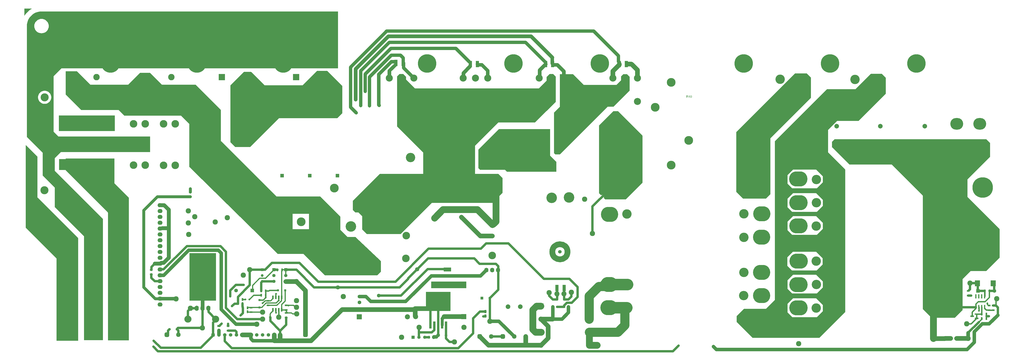
<source format=gbr>
%TF.GenerationSoftware,Altium Limited,Altium Designer,21.6.4 (81)*%
G04 Layer_Physical_Order=2*
G04 Layer_Color=16711680*
%FSLAX43Y43*%
%MOMM*%
%TF.SameCoordinates,D4C572C6-D0EE-4933-9396-1D80D03FA8BE*%
%TF.FilePolarity,Positive*%
%TF.FileFunction,Copper,L2,Bot,Signal*%
%TF.Part,Single*%
G01*
G75*
%TA.AperFunction,NonConductor*%
%ADD10C,2.540*%
%TA.AperFunction,Conductor*%
%ADD14C,0.600*%
%ADD15C,1.000*%
%ADD16C,0.500*%
%ADD18C,0.800*%
%ADD19C,5.000*%
%ADD20C,3.000*%
%ADD21C,2.000*%
%ADD22C,1.300*%
%ADD23C,1.500*%
%ADD24C,1.600*%
%ADD25C,1.400*%
%ADD27C,1.700*%
%TA.AperFunction,ComponentPad*%
%ADD30C,1.524*%
%ADD31C,2.200*%
%ADD32C,4.572*%
%ADD33C,8.000*%
%ADD34C,1.250*%
%ADD35R,1.250X1.250*%
%ADD36R,1.550X1.550*%
%ADD37C,1.550*%
%ADD38C,3.302*%
%ADD39O,1.778X2.032*%
%ADD40O,6.858X4.826*%
%ADD41R,6.858X4.826*%
%ADD42C,3.500*%
%ADD43R,2.200X2.200*%
%ADD44O,1.778X2.286*%
%ADD45O,3.100X3.000*%
%ADD46C,3.810*%
%ADD47C,2.286*%
%ADD48C,1.950*%
G04:AMPARAMS|DCode=49|XSize=1.95mm|YSize=1.95mm|CornerRadius=0.488mm|HoleSize=0mm|Usage=FLASHONLY|Rotation=0.000|XOffset=0mm|YOffset=0mm|HoleType=Round|Shape=RoundedRectangle|*
%AMROUNDEDRECTD49*
21,1,1.950,0.975,0,0,0.0*
21,1,0.975,1.950,0,0,0.0*
1,1,0.975,0.488,-0.488*
1,1,0.975,-0.488,-0.488*
1,1,0.975,-0.488,0.488*
1,1,0.975,0.488,0.488*
%
%ADD49ROUNDEDRECTD49*%
%ADD50R,1.600X1.600*%
%ADD51C,1.600*%
%ADD52R,1.400X1.400*%
%ADD53C,1.400*%
%ADD54C,2.032*%
%ADD55C,2.000*%
%ADD56C,3.048*%
%ADD57R,1.200X1.200*%
%ADD58C,1.200*%
%ADD59R,1.400X1.400*%
%ADD60O,7.500X6.500*%
%ADD61C,4.064*%
%ADD62O,8.000X6.500*%
%ADD63O,5.588X5.080*%
%ADD64O,6.000X6.600*%
%ADD65C,8.890*%
%ADD66O,2.159X1.778*%
%ADD67C,1.500*%
G04:AMPARAMS|DCode=68|XSize=1.5mm|YSize=1.5mm|CornerRadius=0.375mm|HoleSize=0mm|Usage=FLASHONLY|Rotation=180.000|XOffset=0mm|YOffset=0mm|HoleType=Round|Shape=RoundedRectangle|*
%AMROUNDEDRECTD68*
21,1,1.500,0.750,0,0,180.0*
21,1,0.750,1.500,0,0,180.0*
1,1,0.750,-0.375,0.375*
1,1,0.750,0.375,0.375*
1,1,0.750,0.375,-0.375*
1,1,0.750,-0.375,-0.375*
%
%ADD68ROUNDEDRECTD68*%
%ADD69C,2.800*%
%ADD70R,2.800X2.800*%
%ADD71R,1.300X1.300*%
%ADD72C,1.300*%
%TA.AperFunction,ViaPad*%
%ADD73C,0.800*%
%ADD74C,1.200*%
%ADD75C,1.800*%
%ADD76C,1.000*%
%TA.AperFunction,SMDPad,CuDef*%
%ADD77R,3.200X1.720*%
%ADD78R,1.659X0.627*%
G04:AMPARAMS|DCode=79|XSize=1.659mm|YSize=0.627mm|CornerRadius=0.313mm|HoleSize=0mm|Usage=FLASHONLY|Rotation=180.000|XOffset=0mm|YOffset=0mm|HoleType=Round|Shape=RoundedRectangle|*
%AMROUNDEDRECTD79*
21,1,1.659,0.000,0,0,180.0*
21,1,1.032,0.627,0,0,180.0*
1,1,0.627,-0.516,0.000*
1,1,0.627,0.516,0.000*
1,1,0.627,0.516,0.000*
1,1,0.627,-0.516,0.000*
%
%ADD79ROUNDEDRECTD79*%
%ADD80R,0.800X1.250*%
G04:AMPARAMS|DCode=81|XSize=1.55mm|YSize=0.6mm|CornerRadius=0.051mm|HoleSize=0mm|Usage=FLASHONLY|Rotation=90.000|XOffset=0mm|YOffset=0mm|HoleType=Round|Shape=RoundedRectangle|*
%AMROUNDEDRECTD81*
21,1,1.550,0.498,0,0,90.0*
21,1,1.448,0.600,0,0,90.0*
1,1,0.102,0.249,0.724*
1,1,0.102,0.249,-0.724*
1,1,0.102,-0.249,-0.724*
1,1,0.102,-0.249,0.724*
%
%ADD81ROUNDEDRECTD81*%
%ADD82R,0.543X1.874*%
G04:AMPARAMS|DCode=83|XSize=1.874mm|YSize=0.543mm|CornerRadius=0.272mm|HoleSize=0mm|Usage=FLASHONLY|Rotation=90.000|XOffset=0mm|YOffset=0mm|HoleType=Round|Shape=RoundedRectangle|*
%AMROUNDEDRECTD83*
21,1,1.874,0.000,0,0,90.0*
21,1,1.331,0.543,0,0,90.0*
1,1,0.543,0.000,0.665*
1,1,0.543,0.000,-0.665*
1,1,0.543,0.000,-0.665*
1,1,0.543,0.000,0.665*
%
%ADD83ROUNDEDRECTD83*%
%ADD84R,2.200X2.500*%
%ADD85R,1.250X0.800*%
%ADD86R,0.950X1.450*%
%ADD87R,1.016X3.050*%
%ADD88R,10.660X8.380*%
%ADD89R,1.405X2.806*%
%ADD90R,0.950X0.900*%
%ADD91R,0.900X0.950*%
%ADD92R,1.450X0.950*%
%TA.AperFunction,Conductor*%
%ADD93C,4.000*%
%ADD94R,11.557X20.701*%
%ADD95R,15.225X2.850*%
G36*
X3195Y149978D02*
X2701Y149682D01*
X2020Y149177D01*
X1392Y148608D01*
X823Y147980D01*
X318Y147299D01*
X172Y147055D01*
X50Y147089D01*
Y150100D01*
X3161D01*
X3195Y149978D01*
D02*
G37*
G36*
X262975Y120475D02*
Y114500D01*
X255950Y107475D01*
X253375D01*
X232600Y86700D01*
X230686D01*
X230100Y87286D01*
Y104925D01*
X232650Y107475D01*
Y121600D01*
X238375D01*
X243025Y116950D01*
X257200Y116950D01*
X259200Y118950D01*
X259200Y120625D01*
X260175Y121600D01*
X261850D01*
X262975Y120475D01*
D02*
G37*
G36*
X138150Y116475D02*
Y104675D01*
X135900Y102425D01*
X110625Y102425D01*
X98100Y89900D01*
X91650Y89900D01*
X89525Y92025D01*
Y116725D01*
X95425Y122625D01*
X98500Y122625D01*
X104400Y116725D01*
X120825D01*
X127150Y123050D01*
X131575D01*
X138150Y116475D01*
D02*
G37*
G36*
X230825Y120600D02*
X230825Y109550D01*
X226825Y105550D01*
X221825Y100550D01*
X205875Y100550D01*
X195800Y90475D01*
Y78200D01*
X205950D01*
X207700Y76450D01*
Y69950D01*
X203350Y65600D01*
X177000D01*
X163425Y52025D01*
X148830D01*
X146730Y54125D01*
Y59845D01*
X145075Y61500D01*
X143750Y61500D01*
X142675Y62575D01*
X142675Y66475D01*
X154400Y78200D01*
X173275D01*
Y87500D01*
X161925Y98850D01*
Y120675D01*
X162925Y121675D01*
X164625D01*
X165800Y120500D01*
X165800Y119250D01*
X169650Y115400D01*
X223475D01*
X226825Y118750D01*
Y120400D01*
X228100Y121675D01*
X229750D01*
X230825Y120600D01*
D02*
G37*
G36*
X39318Y96836D02*
X15050D01*
Y103586D01*
X39318D01*
Y96836D01*
D02*
G37*
G36*
X228398Y86202D02*
X231118Y83482D01*
X231099Y79175D01*
X209650D01*
X208798Y80027D01*
X197998D01*
X197236Y80789D01*
Y88757D01*
X206152Y97673D01*
X228398D01*
X228398Y86202D01*
D02*
G37*
G36*
X268550Y94850D02*
Y74425D01*
X261250Y67125D01*
X252350D01*
X251651Y67824D01*
X252626Y68799D01*
X252724Y68746D01*
X253149Y68618D01*
X253591Y68574D01*
X254091D01*
X254533Y68618D01*
X254958Y68746D01*
X255349Y68956D01*
X255693Y69237D01*
X255974Y69581D01*
X256184Y69972D01*
X256312Y70397D01*
X256356Y70839D01*
X256312Y71281D01*
X256184Y71706D01*
X255974Y72097D01*
X255693Y72441D01*
X255349Y72722D01*
X254958Y72932D01*
X254533Y73060D01*
X254091Y73104D01*
X253591D01*
X253149Y73060D01*
X252724Y72932D01*
X252333Y72722D01*
X251989Y72441D01*
X251708Y72097D01*
X251499Y71706D01*
X251370Y71281D01*
X251326Y70839D01*
X251370Y70397D01*
X251499Y69972D01*
X251551Y69874D01*
X250576Y68899D01*
X249650Y69825D01*
Y99325D01*
X255800Y105475D01*
X257925D01*
X268550Y94850D01*
D02*
G37*
G36*
X341675Y120150D02*
Y111275D01*
X324100Y93700D01*
Y69450D01*
X322125Y67475D01*
X312225D01*
X309225Y70475D01*
Y84150D01*
X309225Y96375D01*
X334750Y121900D01*
X339925D01*
X341675Y120150D01*
D02*
G37*
G36*
X28725Y117025D02*
X45125Y117025D01*
X50300Y122200D01*
X54543D01*
X59841Y117025D01*
X74425Y117025D01*
X85425Y106025D01*
X85425Y101475D01*
X85425D01*
Y92550D01*
X109600Y68375D01*
X128525D01*
X137300Y59600D01*
X137300Y53950D01*
X140425Y50825D01*
X143809D01*
X154894Y40263D01*
Y35694D01*
X153300Y34100D01*
X130625D01*
X121300Y43425D01*
X110071Y43425D01*
X71650Y81314D01*
Y100000D01*
X68075Y103575D01*
X43450D01*
X41025Y106000D01*
X24775Y106000D01*
X17999Y112776D01*
Y122824D01*
X22926D01*
X28725Y117025D01*
D02*
G37*
G36*
X419450Y91650D02*
Y85650D01*
X409650Y75850D01*
Y68200D01*
X423650Y54200D01*
Y41775D01*
X417825Y35950D01*
X411025D01*
X407575Y32500D01*
Y25700D01*
Y19075D01*
X404175Y15675D01*
X394050D01*
X390300Y19425D01*
Y68750D01*
X376800Y82250D01*
X358425D01*
X350825Y89850D01*
X350825Y92175D01*
X351975Y93325D01*
X417775Y93325D01*
X419450Y91650D01*
D02*
G37*
G36*
X372527Y121750D02*
X374225Y120052D01*
Y113150D01*
X362350Y101275D01*
X353050Y101275D01*
X349100Y97325D01*
X349100Y87600D01*
X356575Y80125D01*
X356575Y18150D01*
X345325Y6900D01*
X316375D01*
X309400Y13875D01*
Y16425D01*
X312550Y19575D01*
X322100Y19575D01*
X325975Y23450D01*
Y92425D01*
X348600Y115050D01*
X360975D01*
X367675Y121750D01*
X372527Y121750D01*
D02*
G37*
G36*
X7500Y148863D02*
X136250Y148863D01*
Y124125D01*
X16200D01*
X12775Y120700D01*
Y96525D01*
X14837Y94463D01*
X14850Y94475D01*
X54641D01*
Y87746D01*
X15971D01*
X13275Y85050D01*
X13275Y79575D01*
X34175Y58675D01*
Y5900D01*
X25975D01*
Y51100D01*
X13275Y63800D01*
Y72250D01*
X8000Y77525D01*
Y87450D01*
X1137Y94313D01*
X1137Y142500D01*
X1137Y142500D01*
X1137D01*
X1137Y142627D01*
X1170Y143213D01*
X1289Y143918D01*
X1487Y144604D01*
X1761Y145264D01*
X2106Y145889D01*
X2519Y146472D01*
X2996Y147005D01*
X3528Y147481D01*
X4111Y147894D01*
X4736Y148239D01*
X5396Y148513D01*
X6082Y148711D01*
X6787Y148830D01*
X7462Y148868D01*
X7500Y148863D01*
D02*
G37*
G36*
X39125Y74175D02*
X45400Y67900D01*
Y5924D01*
X45310Y5834D01*
X36400Y5863D01*
Y61375D01*
X17950Y79825D01*
Y84875D01*
X39125D01*
Y74175D01*
D02*
G37*
G36*
X5750Y85752D02*
Y68000D01*
X14438Y59312D01*
X23425Y50325D01*
X23425Y5650D01*
X14000D01*
Y41500D01*
X625Y54875D01*
Y68000D01*
Y90711D01*
X742Y90759D01*
X5750Y85752D01*
D02*
G37*
G36*
X289036Y111694D02*
X289169D01*
Y111584D01*
X289036D01*
Y111350D01*
X288917D01*
Y111584D01*
X288492D01*
Y111694D01*
X288939Y112326D01*
X289036D01*
Y111694D01*
D02*
G37*
G36*
X288064Y112325D02*
X288076D01*
X288106Y112323D01*
X288137Y112319D01*
X288171Y112315D01*
X288202Y112308D01*
X288217Y112303D01*
X288230Y112299D01*
X288232D01*
X288233Y112298D01*
X288241Y112294D01*
X288254Y112288D01*
X288270Y112278D01*
X288287Y112265D01*
X288305Y112248D01*
X288322Y112229D01*
X288339Y112206D01*
Y112205D01*
X288340Y112203D01*
X288346Y112195D01*
X288351Y112181D01*
X288360Y112162D01*
X288367Y112141D01*
X288374Y112116D01*
X288378Y112089D01*
X288380Y112059D01*
Y112058D01*
Y112055D01*
Y112050D01*
X288378Y112043D01*
Y112033D01*
X288377Y112023D01*
X288371Y111999D01*
X288363Y111971D01*
X288351Y111941D01*
X288334Y111911D01*
X288323Y111897D01*
X288312Y111883D01*
X288310Y111882D01*
X288309Y111880D01*
X288305Y111876D01*
X288299Y111872D01*
X288292Y111866D01*
X288284Y111861D01*
X288272Y111854D01*
X288261Y111845D01*
X288247Y111838D01*
X288232Y111831D01*
X288215Y111823D01*
X288196Y111816D01*
X288175Y111810D01*
X288154Y111803D01*
X288130Y111799D01*
X288105Y111794D01*
X288107Y111793D01*
X288113Y111790D01*
X288122Y111785D01*
X288133Y111779D01*
X288158Y111763D01*
X288171Y111754D01*
X288182Y111745D01*
X288185Y111742D01*
X288192Y111735D01*
X288203Y111724D01*
X288217Y111710D01*
X288233Y111690D01*
X288251Y111669D01*
X288270Y111644D01*
X288289Y111615D01*
X288457Y111350D01*
X288296D01*
X288168Y111553D01*
Y111555D01*
X288165Y111558D01*
X288162Y111562D01*
X288158Y111567D01*
X288148Y111583D01*
X288136Y111603D01*
X288120Y111624D01*
X288105Y111646D01*
X288089Y111668D01*
X288075Y111687D01*
X288074Y111689D01*
X288069Y111694D01*
X288062Y111703D01*
X288053Y111713D01*
X288031Y111734D01*
X288020Y111744D01*
X288009Y111752D01*
X288007Y111754D01*
X288005Y111755D01*
X287999Y111758D01*
X287990Y111762D01*
X287982Y111766D01*
X287972Y111771D01*
X287950Y111778D01*
X287948D01*
X287945Y111779D01*
X287940D01*
X287933Y111780D01*
X287923Y111782D01*
X287912D01*
X287896Y111783D01*
X287730D01*
Y111350D01*
X287600D01*
Y112326D01*
X288053D01*
X288064Y112325D01*
D02*
G37*
G36*
X289638Y112329D02*
X289657Y112326D01*
X289678Y112322D01*
X289700Y112316D01*
X289724Y112309D01*
X289747Y112298D01*
X289748D01*
X289750Y112296D01*
X289757Y112292D01*
X289768Y112285D01*
X289782Y112275D01*
X289798Y112261D01*
X289815Y112246D01*
X289830Y112227D01*
X289846Y112206D01*
X289847Y112203D01*
X289853Y112196D01*
X289858Y112184D01*
X289868Y112165D01*
X289877Y112144D01*
X289888Y112120D01*
X289898Y112092D01*
X289906Y112061D01*
Y112059D01*
X289908Y112057D01*
X289909Y112052D01*
X289910Y112045D01*
X289912Y112037D01*
X289913Y112027D01*
X289916Y112014D01*
X289918Y112000D01*
X289920Y111985D01*
X289922Y111968D01*
X289923Y111948D01*
X289926Y111928D01*
X289927Y111906D01*
Y111883D01*
X289929Y111858D01*
Y111831D01*
Y111830D01*
Y111824D01*
Y111814D01*
Y111803D01*
X289927Y111787D01*
Y111771D01*
X289926Y111752D01*
X289925Y111732D01*
X289920Y111687D01*
X289913Y111641D01*
X289905Y111596D01*
X289899Y111575D01*
X289892Y111553D01*
Y111552D01*
X289891Y111549D01*
X289888Y111544D01*
X289885Y111536D01*
X289882Y111527D01*
X289877Y111517D01*
X289865Y111493D01*
X289851Y111467D01*
X289833Y111439D01*
X289812Y111414D01*
X289786Y111390D01*
X289785D01*
X289784Y111387D01*
X289779Y111384D01*
X289774Y111381D01*
X289767Y111377D01*
X289760Y111372D01*
X289738Y111362D01*
X289713Y111352D01*
X289684Y111342D01*
X289648Y111336D01*
X289610Y111333D01*
X289596D01*
X289586Y111335D01*
X289575Y111336D01*
X289561Y111339D01*
X289545Y111342D01*
X289528Y111346D01*
X289512Y111352D01*
X289493Y111357D01*
X289475Y111366D01*
X289457Y111376D01*
X289438Y111387D01*
X289420Y111401D01*
X289403Y111417D01*
X289388Y111434D01*
X289386Y111435D01*
X289383Y111439D01*
X289379Y111446D01*
X289372Y111458D01*
X289365Y111470D01*
X289358Y111487D01*
X289348Y111507D01*
X289340Y111529D01*
X289331Y111555D01*
X289323Y111584D01*
X289314Y111617D01*
X289307Y111653D01*
X289300Y111693D01*
X289296Y111735D01*
X289293Y111782D01*
X289292Y111831D01*
Y111833D01*
Y111838D01*
Y111848D01*
Y111859D01*
X289293Y111875D01*
Y111892D01*
X289294Y111910D01*
X289296Y111931D01*
X289300Y111975D01*
X289307Y112021D01*
X289316Y112068D01*
X289321Y112089D01*
X289327Y112110D01*
Y112112D01*
X289328Y112114D01*
X289331Y112120D01*
X289334Y112127D01*
X289337Y112137D01*
X289342Y112147D01*
X289354Y112171D01*
X289368Y112196D01*
X289386Y112223D01*
X289407Y112250D01*
X289433Y112272D01*
X289434D01*
X289435Y112275D01*
X289440Y112278D01*
X289445Y112281D01*
X289452Y112286D01*
X289461Y112291D01*
X289482Y112302D01*
X289507Y112312D01*
X289537Y112322D01*
X289572Y112327D01*
X289610Y112330D01*
X289623D01*
X289638Y112329D01*
D02*
G37*
%LPC*%
G36*
X123625Y60906D02*
X116575D01*
Y54194D01*
X123625D01*
Y60906D01*
D02*
G37*
G36*
X333850Y80100D02*
X331500Y77750D01*
Y74000D01*
X333550Y71950D01*
X344200D01*
X346825Y74575D01*
Y77250D01*
X343975Y80100D01*
X333850Y80100D01*
D02*
G37*
G36*
Y69850D02*
X331500Y67500D01*
Y63750D01*
X333550Y61700D01*
X344200D01*
X346825Y64325D01*
Y67000D01*
X343975Y69850D01*
X333850Y69850D01*
D02*
G37*
G36*
X333854Y59844D02*
X331504Y57494D01*
Y53744D01*
X333554Y51694D01*
X344204D01*
X346829Y54319D01*
Y56994D01*
X343979Y59844D01*
X333854Y59844D01*
D02*
G37*
G36*
X333799Y44343D02*
X331449Y41993D01*
Y38243D01*
X333499Y36193D01*
X344149D01*
X346774Y38818D01*
Y41493D01*
X343924Y44343D01*
X333799Y44343D01*
D02*
G37*
G36*
X333850Y34350D02*
X331500Y32000D01*
Y28250D01*
X333550Y26200D01*
X344200D01*
X346825Y28825D01*
Y31500D01*
X343975Y34350D01*
X333850Y34350D01*
D02*
G37*
G36*
Y24100D02*
X331500Y21750D01*
Y18000D01*
X333550Y15950D01*
X344200D01*
X346825Y18575D01*
Y21250D01*
X343975Y24100D01*
X333850Y24100D01*
D02*
G37*
G36*
X7500Y145637D02*
X7009Y145598D01*
X6531Y145483D01*
X6076Y145295D01*
X5656Y145038D01*
X5282Y144718D01*
X4962Y144344D01*
X4705Y143924D01*
X4517Y143469D01*
X4402Y142991D01*
X4363Y142500D01*
X4402Y142009D01*
X4517Y141531D01*
X4705Y141076D01*
X4962Y140656D01*
X5282Y140282D01*
X5656Y139962D01*
X6076Y139705D01*
X6531Y139517D01*
X7009Y139402D01*
X7500Y139363D01*
X7991Y139402D01*
X8469Y139517D01*
X8924Y139705D01*
X9344Y139962D01*
X9718Y140282D01*
X10038Y140656D01*
X10295Y141076D01*
X10483Y141531D01*
X10598Y142009D01*
X10637Y142500D01*
X10598Y142991D01*
X10483Y143469D01*
X10295Y143924D01*
X10038Y144344D01*
X9718Y144718D01*
X9344Y145038D01*
X8924Y145295D01*
X8469Y145483D01*
X7991Y145598D01*
X7500Y145637D01*
D02*
G37*
G36*
X9074Y114362D02*
X8626D01*
X8185Y114292D01*
X7759Y114153D01*
X7361Y113950D01*
X6999Y113687D01*
X6683Y113371D01*
X6420Y113009D01*
X6217Y112611D01*
X6078Y112185D01*
X6009Y111744D01*
Y111296D01*
X6078Y110855D01*
X6217Y110429D01*
X6420Y110031D01*
X6683Y109669D01*
X6999Y109353D01*
X7361Y109090D01*
X7759Y108887D01*
X8185Y108748D01*
X8626Y108678D01*
X9074D01*
X9515Y108748D01*
X9941Y108887D01*
X10339Y109090D01*
X10701Y109353D01*
X11017Y109669D01*
X11280Y110031D01*
X11483Y110429D01*
X11622Y110855D01*
X11691Y111296D01*
Y111744D01*
X11622Y112185D01*
X11483Y112611D01*
X11280Y113009D01*
X11017Y113371D01*
X10701Y113687D01*
X10339Y113950D01*
X9941Y114153D01*
X9515Y114292D01*
X9074Y114362D01*
D02*
G37*
G36*
X288917Y112131D02*
X288609Y111694D01*
X288917D01*
Y112131D01*
D02*
G37*
G36*
X288037Y112217D02*
X287730D01*
Y111895D01*
X288020D01*
X288037Y111896D01*
X288057Y111897D01*
X288079Y111899D01*
X288102Y111902D01*
X288124Y111906D01*
X288144Y111911D01*
X288147Y111913D01*
X288153Y111916D01*
X288161Y111920D01*
X288172Y111926D01*
X288185Y111934D01*
X288198Y111944D01*
X288210Y111957D01*
X288220Y111971D01*
X288222Y111972D01*
X288224Y111978D01*
X288229Y111986D01*
X288234Y111997D01*
X288239Y112010D01*
X288243Y112024D01*
X288246Y112041D01*
X288247Y112058D01*
Y112059D01*
Y112061D01*
X288246Y112069D01*
X288244Y112082D01*
X288241Y112099D01*
X288234Y112116D01*
X288226Y112136D01*
X288213Y112154D01*
X288196Y112172D01*
X288193Y112174D01*
X288186Y112179D01*
X288175Y112186D01*
X288157Y112195D01*
X288136Y112203D01*
X288107Y112210D01*
X288075Y112216D01*
X288037Y112217D01*
D02*
G37*
G36*
X289609Y112231D02*
X289600D01*
X289595Y112230D01*
X289579Y112227D01*
X289561Y112223D01*
X289540Y112215D01*
X289517Y112202D01*
X289506Y112193D01*
X289495Y112185D01*
X289485Y112174D01*
X289475Y112161D01*
Y112160D01*
X289472Y112157D01*
X289469Y112151D01*
X289465Y112144D01*
X289461Y112133D01*
X289455Y112120D01*
X289451Y112105D01*
X289445Y112086D01*
X289440Y112065D01*
X289434Y112041D01*
X289428Y112014D01*
X289424Y111985D01*
X289420Y111951D01*
X289417Y111914D01*
X289416Y111875D01*
X289414Y111831D01*
Y111828D01*
Y111821D01*
Y111809D01*
X289416Y111792D01*
Y111773D01*
X289417Y111751D01*
X289419Y111727D01*
X289421Y111701D01*
X289428Y111646D01*
X289433Y111620D01*
X289438Y111594D01*
X289444Y111570D01*
X289452Y111548D01*
X289461Y111528D01*
X289471Y111511D01*
Y111510D01*
X289473Y111508D01*
X289481Y111498D01*
X289493Y111486D01*
X289509Y111472D01*
X289530Y111458D01*
X289554Y111445D01*
X289581Y111435D01*
X289595Y111434D01*
X289610Y111432D01*
X289619D01*
X289624Y111434D01*
X289638Y111436D01*
X289658Y111442D01*
X289679Y111452D01*
X289703Y111466D01*
X289715Y111474D01*
X289726Y111486D01*
X289737Y111497D01*
X289748Y111511D01*
Y111513D01*
X289751Y111515D01*
X289754Y111520D01*
X289757Y111527D01*
X289762Y111536D01*
X289767Y111549D01*
X289772Y111563D01*
X289778Y111580D01*
X289782Y111601D01*
X289788Y111624D01*
X289793Y111651D01*
X289798Y111679D01*
X289801Y111713D01*
X289803Y111748D01*
X289806Y111787D01*
Y111831D01*
Y111833D01*
Y111834D01*
Y111841D01*
Y111854D01*
X289805Y111871D01*
Y111889D01*
X289803Y111911D01*
X289802Y111935D01*
X289799Y111962D01*
X289792Y112016D01*
X289788Y112043D01*
X289782Y112068D01*
X289777Y112092D01*
X289768Y112114D01*
X289760Y112134D01*
X289750Y112151D01*
Y112153D01*
X289747Y112154D01*
X289744Y112158D01*
X289740Y112164D01*
X289727Y112176D01*
X289712Y112192D01*
X289691Y112206D01*
X289667Y112219D01*
X289654Y112224D01*
X289640Y112229D01*
X289624Y112230D01*
X289609Y112231D01*
D02*
G37*
%LPD*%
D10*
X235950Y44350D02*
G03*
X235950Y44350I-3300J0D01*
G01*
D14*
X104887Y25375D02*
Y27512D01*
X104709Y32810D02*
X108439Y36540D01*
X110575Y15925D02*
Y18585D01*
X110522Y18638D02*
X110575Y18585D01*
X110522Y18638D02*
Y19113D01*
X103775Y23325D02*
X104875Y24425D01*
Y25475D01*
X102150Y23325D02*
X103775D01*
X106500Y27625D02*
X110175D01*
X104900Y27300D02*
X104960Y27359D01*
X106234D02*
X106500Y27625D01*
X104960Y27359D02*
X106234D01*
X94813Y23613D02*
X96037D01*
X96050Y23600D01*
X94800Y23625D02*
X94813Y23613D01*
X97725Y23600D02*
X99600Y25475D01*
X102775D01*
X102775Y25475D02*
X102875D01*
X102775Y25475D02*
X102775Y25475D01*
X418263Y21512D02*
Y21962D01*
Y21512D02*
X418800Y20975D01*
X419250D01*
X419112Y24513D02*
Y27213D01*
X414275Y22650D02*
X417250D01*
X419112Y24513D01*
X422052Y20975D02*
Y23602D01*
X422052Y20975D02*
X422052Y20975D01*
X410250Y27325D02*
X410350Y27425D01*
X410025Y27325D02*
X410250D01*
X410350Y27425D02*
Y27650D01*
X413950Y30700D02*
X413975Y30675D01*
X414175Y30475D01*
X414650Y13875D02*
X415950Y15175D01*
X414650Y13825D02*
Y13875D01*
X415950Y15175D02*
Y15325D01*
X414604Y20320D02*
X414614Y20309D01*
Y18736D02*
Y20309D01*
Y18736D02*
X414625Y18725D01*
X413305Y19683D02*
X413334Y19711D01*
X413258Y19683D02*
X413305D01*
X411697Y16360D02*
Y18122D01*
X413334Y19711D02*
Y20320D01*
X411697Y18122D02*
X413258Y19683D01*
X413334Y20320D02*
Y21709D01*
X413305Y20213D02*
X413334Y20242D01*
X402455Y20107D02*
X402561Y20213D01*
X413334Y20242D02*
Y20320D01*
X411205Y13000D02*
X413650Y15445D01*
X409300Y13000D02*
X411205D01*
X413334Y21709D02*
X414275Y22650D01*
X417172Y19683D02*
X417780Y19075D01*
X418925D01*
X419025Y18975D01*
X420875D01*
X422052Y23602D02*
X422375Y23925D01*
X419112Y27213D02*
X419200Y27300D01*
X419212Y27313D01*
X421263D02*
X421275Y27325D01*
X420875Y30675D02*
X421275Y30275D01*
X417172Y27272D02*
X417200Y27300D01*
X417172Y24980D02*
Y27272D01*
X417144Y24952D02*
X417172Y24980D01*
X417100Y27313D02*
X417144Y27269D01*
Y24952D02*
Y27269D01*
X414175Y27325D02*
X414187Y27313D01*
X415874Y17276D02*
Y20320D01*
X413650Y15445D02*
Y17275D01*
X413650Y17275D02*
X415950D01*
X413650Y17275D02*
X413650Y17275D01*
X404925Y6650D02*
X404950Y6675D01*
X409925D02*
X409950Y6700D01*
X394875Y6600D02*
X394900Y6625D01*
X399820D02*
X399845Y6650D01*
X394829Y6646D02*
X394875Y6600D01*
X394784Y19980D02*
X394829Y19934D01*
D15*
X92525Y15100D02*
X103475D01*
X87625Y20000D02*
X92525Y15100D01*
X70625Y46825D02*
X85200D01*
X60506Y36706D02*
X70625Y46825D01*
X58978Y36665D02*
X59019Y36706D01*
X60506D01*
X106850Y14267D02*
Y15849D01*
X106781Y15919D02*
X106850Y15849D01*
X94975Y18250D02*
Y19950D01*
X236800Y32600D02*
X240350Y29050D01*
X225700Y32600D02*
X236800D01*
X210300Y48000D02*
X225700Y32600D01*
X240350Y24700D02*
Y29050D01*
X200625Y48000D02*
X210300D01*
X58075Y1100D02*
X281750D01*
X56175Y5700D02*
X59275Y2600D01*
X56075Y3100D02*
X58075Y1100D01*
X87118Y5457D02*
X90100Y2475D01*
X281750Y1100D02*
X284200Y3550D01*
X76650Y2600D02*
X81788Y7738D01*
X59275Y2600D02*
X76650D01*
X188550Y2475D02*
X194950Y8875D01*
X90100Y2475D02*
X188550D01*
X231446Y25921D02*
Y28528D01*
X231374Y28600D02*
X231446Y28528D01*
X175360Y41460D02*
X195440D01*
X166719Y32819D02*
X170675Y36775D01*
X175360Y41460D01*
X197750Y39150D02*
X204850D01*
X195440Y41460D02*
X197750Y39150D01*
X66299Y10700D02*
X66935Y10064D01*
X66225Y10700D02*
X66750Y11225D01*
X66935Y8275D02*
Y10064D01*
X66750Y11225D02*
X77375D01*
X66225Y10700D02*
X66299D01*
X62410Y10089D02*
X63021Y10700D01*
X62410Y8288D02*
Y10089D01*
X63021Y10700D02*
X63103D01*
X161250Y31350D02*
X175575Y45675D01*
X119525Y39575D02*
X127750Y31350D01*
X161250D01*
X194950Y8875D02*
Y15375D01*
X87118Y5457D02*
Y8347D01*
X175180Y36830D02*
X183775D01*
X253964Y20039D02*
X253989Y20064D01*
X261686D02*
X261711Y20090D01*
X55231Y37756D02*
X56680Y39205D01*
X163025Y28875D02*
X166719Y32569D01*
Y32819D01*
X205875Y27825D02*
Y36427D01*
Y38125D01*
X136175Y28875D02*
X163025D01*
X125875D02*
X136175D01*
X204850Y39150D02*
X205875Y38125D01*
X202225Y24175D02*
X205875Y27825D01*
X175575Y45675D02*
X198300D01*
X202212Y14163D02*
Y24163D01*
X200752Y36352D02*
Y36760D01*
X231475Y25157D02*
X231680Y25362D01*
X231475Y23575D02*
Y25157D01*
X231446Y25921D02*
X231680Y25687D01*
Y25362D02*
Y25687D01*
X229323Y126202D02*
X229526Y126000D01*
X226424D02*
Y126701D01*
X193724Y125700D02*
Y126701D01*
X193522Y126903D02*
X193724Y126701D01*
X193322Y126903D02*
X193522D01*
X77450Y11225D02*
Y19782D01*
X92800Y23750D02*
Y24750D01*
X97925Y29875D01*
Y36550D01*
X89450Y27521D02*
X91879Y29950D01*
X89450Y24975D02*
Y27521D01*
X91879Y29950D02*
X95325D01*
X246800Y64048D02*
X253591Y70839D01*
X246800Y52325D02*
Y64048D01*
X71100Y18596D02*
X72150Y19646D01*
X71100Y15100D02*
Y18596D01*
X72150Y19646D02*
Y19825D01*
X85200Y46825D02*
X87625Y44400D01*
Y20000D02*
Y44400D01*
X90225Y20700D02*
X91300Y21775D01*
X92825D01*
X88550Y12100D02*
X88550Y12100D01*
Y13000D01*
X84750Y12125D02*
X85725Y13100D01*
X85725D01*
X82038Y8200D02*
Y13547D01*
X83100Y14609D01*
X92825Y21775D02*
Y23500D01*
X80020Y18180D02*
X83100Y15100D01*
X79990Y19782D02*
X80020Y19752D01*
Y18180D02*
Y19752D01*
X161550Y125900D02*
Y126683D01*
X74888Y19803D02*
X74910Y19782D01*
X72150Y19825D02*
X72172Y19803D01*
X74888D01*
X81788Y7950D02*
X82013Y8175D01*
X81788Y7738D02*
Y7950D01*
X118210Y36540D02*
X125875Y28875D01*
X61935Y7813D02*
X62410Y8288D01*
X118158Y31442D02*
X118175Y31425D01*
X113550Y36540D02*
X118210D01*
X111121Y9996D02*
X113725Y12600D01*
X106850Y14267D02*
X111121Y9996D01*
Y8200D02*
Y9996D01*
X224400Y15100D02*
X224400D01*
X94975Y17700D02*
Y18250D01*
X103345Y31406D02*
Y31460D01*
X108439D01*
X102900Y30961D02*
X103345Y31406D01*
X102900Y27300D02*
Y30961D01*
X183175Y6675D02*
Y8025D01*
X184725Y5125D02*
X186825D01*
X183175Y6675D02*
X184725Y5125D01*
X229500Y15100D02*
X229600Y15200D01*
X226963Y15062D02*
Y15100D01*
X234500Y20425D02*
Y21025D01*
X235650Y22175D01*
X237825D01*
X240350Y24700D01*
X65817Y23933D02*
X65900Y23850D01*
X113725Y12600D02*
Y15775D01*
X58978Y54445D02*
X59127Y54594D01*
X59867D01*
X62600Y54600D02*
X62750Y54750D01*
X59867Y54594D02*
X59874Y54600D01*
X55200Y36500D02*
X55231Y36531D01*
Y37756D01*
X92198Y8200D02*
Y9527D01*
X88550Y10100D02*
X91625D01*
X92198Y9527D01*
X194950Y15375D02*
X197900Y18325D01*
X179775Y12492D02*
Y22797D01*
X176371Y12492D02*
Y19393D01*
X179767Y8117D02*
Y12484D01*
X179000Y7350D02*
X179675Y8025D01*
X198300Y45675D02*
X200625Y48000D01*
X104616Y36591D02*
X107600Y39575D01*
X119525D01*
X103345Y36540D02*
X103396Y36591D01*
X104616D01*
X163620Y25270D02*
X175180Y36830D01*
X154000Y25270D02*
X163620D01*
X231475Y20425D02*
X234500D01*
X93950Y16675D02*
X94975Y17700D01*
X94825Y20534D02*
X94850Y20509D01*
X94825Y20534D02*
Y21800D01*
X94850Y20075D02*
Y20509D01*
X234500Y23575D02*
Y28576D01*
Y23575D02*
X236375D01*
X197900Y18325D02*
X200250D01*
X171450Y9325D02*
Y11925D01*
X171440Y7200D02*
Y9325D01*
X177025D01*
X200250Y16275D02*
Y16400D01*
X200225Y16250D02*
X200250Y16275D01*
X199375Y16250D02*
X200225D01*
X183175Y8025D02*
X183177Y8027D01*
Y12490D01*
X113550Y31460D02*
X113567Y31442D01*
X108447Y36533D02*
X109967D01*
X109975Y36525D01*
X108439Y36540D02*
X108447Y36533D01*
X97925Y36550D02*
X97930Y36545D01*
X103340D01*
X103345Y36540D01*
X58978Y23965D02*
X59011Y23933D01*
X72075Y70325D02*
X72100Y70300D01*
X72100Y70300D01*
X409950Y9125D02*
X414650Y13825D01*
X422875Y16800D02*
Y20152D01*
X422052Y20975D02*
X422875Y20152D01*
X420875Y20975D02*
X422052D01*
X410350Y27650D02*
X410750Y28050D01*
Y30725D01*
Y30700D02*
X413950D01*
X417950Y16300D02*
X418025Y16375D01*
X419000D01*
X410025Y25325D02*
X411300D01*
X402561Y20213D02*
X413305D01*
X419212Y27313D02*
X421263D01*
X421275Y27325D02*
Y30275D01*
X414187Y27313D02*
X417100D01*
X414175Y27325D02*
Y30475D01*
X202813Y7512D02*
X207787D01*
X207800Y7500D01*
X202800Y7525D02*
X202813Y7512D01*
X202212Y24163D02*
X202225Y24175D01*
X202200Y14150D02*
X202212Y14163D01*
X177025Y9325D02*
X178065Y10365D01*
Y12484D01*
X178073Y12492D01*
X173993Y7213D02*
X175837D01*
X175850Y7225D01*
X173980Y7200D02*
X173993Y7213D01*
X183177Y12490D02*
X183179Y12492D01*
X55200Y33050D02*
Y34500D01*
Y33050D02*
X56665Y31585D01*
X58978D01*
X193522Y125798D02*
X193724Y126000D01*
X190650Y119232D02*
X190691Y119273D01*
X193522Y124947D02*
Y125798D01*
X161122Y125597D02*
X161247D01*
X161550Y125900D01*
X161247Y126986D02*
X161550Y126683D01*
X164537Y126613D02*
X164689Y126461D01*
X229230Y23945D02*
X229600Y23575D01*
X227981Y25194D02*
Y26469D01*
Y25194D02*
X229230Y23945D01*
X229600Y23575D02*
X231475D01*
X227981Y26469D02*
X227994Y26612D01*
X236375Y23575D02*
X237654Y24854D01*
Y26454D02*
X237900Y26700D01*
X237654Y24854D02*
Y26454D01*
X234476Y28600D02*
X234500Y28576D01*
X245390Y3725D02*
X245392Y3727D01*
X71220Y62095D02*
X71250Y62125D01*
X58978Y62065D02*
X59008Y62095D01*
D16*
X109302Y17881D02*
X109354Y17829D01*
X109252Y19113D02*
X109302Y19063D01*
Y26023D02*
X109354Y26075D01*
X109252Y24513D02*
X109302Y24563D01*
Y17881D02*
Y19063D01*
Y24563D02*
Y26023D01*
X106850Y17319D02*
Y17506D01*
X106781Y15919D02*
Y17249D01*
X106850Y17319D01*
X284200Y3550D02*
Y3600D01*
X102235Y32810D02*
X104709D01*
X107982Y18638D02*
Y19113D01*
X106850Y17506D02*
X107982Y18638D01*
X99175Y27600D02*
Y29750D01*
X102235Y32810D01*
X104642Y23055D02*
X107055D01*
X103582Y22082D02*
X103669D01*
X103525Y22025D02*
X103582Y22082D01*
X103669D02*
X104642Y23055D01*
X113750Y21050D02*
X116992D01*
X105600Y21000D02*
X105825D01*
X98525Y18075D02*
X103500D01*
X98525Y20175D02*
X102150D01*
X97125Y18075D02*
X98525D01*
X102150Y20175D02*
X103191D01*
X97100D02*
X98525D01*
X109398Y22054D02*
X110522Y23178D01*
X103191Y20175D02*
X105070Y22054D01*
X109398D01*
X111792Y24513D02*
Y36117D01*
X111975Y36300D02*
Y36525D01*
X111792Y36117D02*
X111975Y36300D01*
X110522Y23178D02*
Y24513D01*
X105875Y21050D02*
X109728D01*
X111742Y23063D01*
Y24463D01*
X111792Y24513D01*
X96975Y18225D02*
Y18250D01*
Y18225D02*
X97125Y18075D01*
X111792Y21442D02*
X113325Y22975D01*
Y27625D02*
X113325Y27625D01*
X113325Y22975D02*
Y27625D01*
X113738Y18500D02*
X114206Y18031D01*
X111792Y19113D02*
Y21442D01*
X96950Y20025D02*
X97100Y20175D01*
X96950Y19950D02*
Y20025D01*
X107932Y23932D02*
Y24463D01*
X107055Y23055D02*
X107932Y23932D01*
Y24463D02*
X107982Y24513D01*
X117792Y20250D02*
X118275D01*
X116992Y21050D02*
X117792Y20250D01*
X116507Y17318D02*
X118280D01*
X116050Y17775D02*
X116507Y17318D01*
X113725Y17775D02*
X116050D01*
X113738Y18500D02*
Y19038D01*
X113750Y19050D01*
X111823Y19082D02*
X113719D01*
X113750Y19050D01*
X111792Y19113D02*
X111823Y19082D01*
X113550Y34000D02*
Y36540D01*
X111982Y36533D02*
X113543D01*
X111975Y36525D02*
X111982Y36533D01*
X113543D02*
X113550Y36540D01*
D18*
X84552Y8227D02*
X84578Y8200D01*
X84525Y10150D02*
X84552Y10123D01*
D19*
X252350Y29975D02*
X253918D01*
X254066Y30123D02*
X262000D01*
X253989Y20064D02*
X261686D01*
D20*
X203701Y56350D02*
X204873Y57522D01*
Y75047D01*
X196850Y62700D02*
X203325Y56225D01*
X181845Y62700D02*
X196850D01*
X178175Y59030D02*
X181845Y62700D01*
X245390Y3725D02*
X248800D01*
X220825Y10597D02*
X221997Y9425D01*
X220825Y19100D02*
X222425Y20700D01*
X220825Y10597D02*
Y19100D01*
X221997Y9425D02*
X224455D01*
X222425Y20700D02*
X224300D01*
X245392Y3727D02*
Y9423D01*
X394829Y6646D02*
Y19934D01*
D21*
X108575Y5700D02*
X111121D01*
X124575D01*
X258424Y125649D02*
Y126000D01*
X255666Y122891D02*
X258424Y125649D01*
X255666Y119865D02*
Y122891D01*
X266300Y119785D02*
Y123425D01*
X169821Y19200D02*
Y19504D01*
Y16334D02*
Y19200D01*
X201600Y3725D02*
X217800D01*
X197800Y7525D02*
X201600Y3725D01*
X217800D02*
X224450D01*
X217800D02*
Y7500D01*
X224542Y3763D02*
X227550Y6771D01*
X127125Y8250D02*
X138075Y19200D01*
X169821D01*
X253255Y29312D02*
X254066Y30123D01*
X189850Y59430D02*
X198055Y51225D01*
X203325D01*
X203700Y56350D02*
X203701D01*
X108581Y5706D02*
Y8200D01*
X169675Y19650D02*
X176628D01*
X122125Y8250D02*
Y27475D01*
X118175Y31425D02*
X122125Y27475D01*
X224400Y15100D02*
X226963D01*
X124575Y5700D02*
X127125Y8250D01*
X111121Y5750D02*
Y8200D01*
X224300Y20700D02*
X224400Y20800D01*
X226963Y15100D02*
X229500D01*
X224400D02*
X227550Y11950D01*
Y6771D02*
Y11950D01*
X94738Y8200D02*
X98421D01*
X113567Y31442D02*
X118158D01*
X245392Y9423D02*
X245395Y9425D01*
X404950Y6675D02*
X409925D01*
X399845Y6650D02*
X402385D01*
X394900Y6625D02*
X399820D01*
X182350Y16200D02*
X190895D01*
X261925Y126000D02*
X263725D01*
X266300Y123425D01*
D22*
X181477Y12492D02*
Y15327D01*
X51900Y28950D02*
Y62375D01*
Y28950D02*
X56885Y23965D01*
X51900Y62375D02*
X57825Y68300D01*
X72100D01*
X56885Y23965D02*
X58978D01*
X72075Y70325D02*
Y71750D01*
D23*
X412650Y9575D02*
X416075Y13000D01*
X419075D02*
X422875Y16800D01*
X416075Y13000D02*
X419075D01*
X409525Y1825D02*
X412650Y4950D01*
Y9575D01*
X201325Y119642D02*
Y123075D01*
X299350Y3125D02*
X300650Y1825D01*
X409525D01*
X154000Y108200D02*
X154150Y108050D01*
X154000Y121500D02*
X159486Y126986D01*
X154000Y108200D02*
Y121500D01*
X99300Y5700D02*
X108575D01*
X108581Y5706D01*
X198125Y33875D02*
X200677Y36427D01*
X176825Y33875D02*
X198125D01*
X229323Y126202D02*
Y128827D01*
X85550Y19300D02*
Y43775D01*
X84325Y45000D02*
X85550Y43775D01*
X71425Y45000D02*
X84325D01*
X60550Y34125D02*
X71425Y45000D01*
X58978Y34125D02*
X60550D01*
X169675Y19650D02*
X169821Y19504D01*
Y16334D02*
X169955Y16200D01*
X176628Y19650D02*
X179775Y22797D01*
X84552Y8227D02*
Y10123D01*
X98421Y6579D02*
X99300Y5700D01*
X98421Y6579D02*
Y8200D01*
X229600Y15200D02*
Y20425D01*
X229500Y15100D02*
X233525D01*
X236375Y17950D02*
Y20425D01*
X233525Y15100D02*
X236375Y17950D01*
X59011Y23933D02*
X65817D01*
X85550Y19300D02*
X92000Y12850D01*
X179675Y8025D02*
X179767Y8117D01*
X177850Y7250D02*
X177950Y7350D01*
X179000D01*
X177850Y7225D02*
Y7250D01*
X165680Y22730D02*
X176825Y33875D01*
X154000Y22730D02*
X165680D01*
X92000Y12850D02*
X100975D01*
X202200Y14150D02*
X206150D01*
X212800Y7500D01*
X145575Y24845D02*
X148405D01*
X150520Y22730D02*
X154000D01*
X148405Y24845D02*
X150520Y22730D01*
X229526Y126000D02*
X229573Y125952D01*
Y125660D02*
Y125952D01*
Y125660D02*
X231540D01*
X234630Y119910D02*
X234675Y119865D01*
Y118774D02*
Y119865D01*
X196873Y125610D02*
Y125952D01*
Y125610D02*
X198790D01*
X196826Y126000D02*
X196873Y125952D01*
X198790Y125610D02*
X201325Y123075D01*
X158511Y122986D02*
X161122Y125597D01*
X159486Y126986D02*
X161247D01*
D24*
X158075Y138075D02*
X220075D01*
X229323Y128827D01*
X77450Y19782D02*
Y39975D01*
X409950Y6700D02*
Y9125D01*
X231540Y125660D02*
X234334Y122866D01*
Y119865D02*
Y122866D01*
X190691Y122116D02*
X193522Y124947D01*
X190691Y119273D02*
Y122116D01*
X158511Y119865D02*
Y122986D01*
X223775Y123351D02*
X226424Y126000D01*
X223775Y119905D02*
Y123351D01*
X143900Y123900D02*
X158075Y138075D01*
X143900Y110575D02*
Y123900D01*
D25*
X258043Y127082D02*
X258424Y126701D01*
X247300Y140350D02*
X258043Y129607D01*
X258424Y126000D02*
Y126701D01*
X258043Y127082D02*
Y129607D01*
X141675Y107250D02*
X144125Y104800D01*
X141675Y107250D02*
Y124650D01*
X217625Y135500D02*
X226424Y126701D01*
X158500Y135500D02*
X217625D01*
X187375Y132850D02*
X193322Y126903D01*
X159175Y132850D02*
X187375D01*
X181477Y15327D02*
X182350Y16200D01*
X164689Y124411D02*
X169262Y119838D01*
X164537Y126613D02*
Y128713D01*
X159400Y129900D02*
X163350D01*
X164537Y128713D01*
X149875Y120375D02*
X159400Y129900D01*
X164689Y124411D02*
Y126461D01*
X146075Y123075D02*
X158500Y135500D01*
X146075Y107950D02*
Y123075D01*
X141675Y124650D02*
X157375Y140350D01*
X247300D01*
X148000Y121675D02*
X159175Y132850D01*
X148000Y114100D02*
Y121675D01*
X149875Y107900D02*
Y120375D01*
D27*
X58978Y39205D02*
X59190D01*
X56680D02*
X58978D01*
X60528Y39503D02*
X62750Y41725D01*
X59487Y39503D02*
X60528D01*
X59190Y39205D02*
X59487Y39503D01*
X62750Y41725D02*
Y54750D01*
X59874Y54600D02*
X62600D01*
X62750Y54750D02*
Y62625D01*
X60770Y64605D02*
X62750Y62625D01*
X58978Y64605D02*
X60770D01*
D30*
X232650Y44350D02*
D03*
D31*
X231380Y26062D02*
D03*
X234428D02*
D03*
X169955Y16200D02*
D03*
X166445Y16050D02*
D03*
X245340Y20800D02*
D03*
X224400Y15100D02*
D03*
X245395Y9425D02*
D03*
X224450Y3725D02*
D03*
D32*
X229094Y67845D02*
D03*
X236587Y67972D02*
D03*
X141886Y55328D02*
D03*
X149760D02*
D03*
X151792Y37294D02*
D03*
X77450Y39975D02*
D03*
D33*
X75000Y126200D02*
D03*
X112500D02*
D03*
X37500D02*
D03*
X350000D02*
D03*
X387500D02*
D03*
X312500D02*
D03*
X212500D02*
D03*
X250000D02*
D03*
X175000D02*
D03*
D34*
X183175Y8025D02*
D03*
X202225Y24175D02*
D03*
D35*
X179675Y8025D02*
D03*
X198725Y24175D02*
D03*
D36*
X189850Y29920D02*
D03*
X112000Y77445D02*
D03*
X124000D02*
D03*
X136000D02*
D03*
X178175Y29920D02*
D03*
D37*
X189850Y59030D02*
D03*
X112000Y106555D02*
D03*
X124000D02*
D03*
X136000D02*
D03*
X178175Y59030D02*
D03*
D38*
X165889Y51391D02*
D03*
X165762Y41485D02*
D03*
X203217Y42777D02*
D03*
X65540Y81925D02*
D03*
X60460D02*
D03*
Y99950D02*
D03*
X65540D02*
D03*
X52540Y82000D02*
D03*
X47460D02*
D03*
Y100000D02*
D03*
X52540D02*
D03*
Y91000D02*
D03*
X47460D02*
D03*
X36540D02*
D03*
X31460D02*
D03*
X36540Y100000D02*
D03*
X31460D02*
D03*
X36540Y82000D02*
D03*
X31460D02*
D03*
D39*
X200677Y36427D02*
D03*
X203217D02*
D03*
X205757D02*
D03*
D40*
X18502Y100090D02*
D03*
Y91327D02*
D03*
D41*
Y82310D02*
D03*
D42*
X8850Y111520D02*
D03*
X8723Y71134D02*
D03*
D43*
X190895Y16200D02*
D03*
X145505Y16050D02*
D03*
X224400Y20800D02*
D03*
X245340Y15100D02*
D03*
X224455Y9425D02*
D03*
X245390Y3725D02*
D03*
D44*
X74910Y19782D02*
D03*
X77450D02*
D03*
X79990D02*
D03*
D45*
X83100Y15100D02*
D03*
X71100D02*
D03*
D46*
X145450Y64425D02*
D03*
X109450D02*
D03*
X120250Y57425D02*
D03*
X134650Y72025D02*
D03*
X288600Y92800D02*
D03*
X274000Y107200D02*
D03*
X281000Y118000D02*
D03*
Y82000D02*
D03*
D47*
X248800Y3725D02*
D03*
X95100Y34200D02*
D03*
X103475Y15100D02*
D03*
X422375Y23925D02*
D03*
X410750Y30725D02*
D03*
X409300Y13000D02*
D03*
X409950Y6700D02*
D03*
X190925Y11525D02*
D03*
X171475D02*
D03*
X163850Y7225D02*
D03*
X186825Y5125D02*
D03*
X202200Y14150D02*
D03*
X381925Y85475D02*
D03*
X394875Y6600D02*
D03*
X245300Y25075D02*
D03*
X97925Y36550D02*
D03*
X118175Y31425D02*
D03*
X124075Y109925D02*
D03*
X65900Y23850D02*
D03*
X138575Y24875D02*
D03*
X100975Y12850D02*
D03*
X71225Y56918D02*
D03*
X71250Y62125D02*
D03*
X71428Y51889D02*
D03*
X88200Y59150D02*
D03*
X74069Y59585D02*
D03*
X82925Y57350D02*
D03*
X97800Y58825D02*
D03*
X118254Y23084D02*
D03*
X103500Y18075D02*
D03*
X118280Y17318D02*
D03*
X118275Y20250D02*
D03*
X110575Y15925D02*
D03*
X227994Y26612D02*
D03*
X237625Y26750D02*
D03*
X246800Y52325D02*
D03*
X243350Y67250D02*
D03*
X320325Y8425D02*
D03*
X77375Y11225D02*
D03*
X72150Y19825D02*
D03*
X320500Y81975D02*
D03*
X336325Y4375D02*
D03*
D48*
X66935Y8275D02*
D03*
X202800Y7525D02*
D03*
X217800Y7500D02*
D03*
X212800D02*
D03*
X127125Y8250D02*
D03*
D49*
X61935Y8275D02*
D03*
X197800Y7525D02*
D03*
X207800Y7500D02*
D03*
X122125Y8250D02*
D03*
D50*
X414225Y27300D02*
D03*
X99050Y27475D02*
D03*
D51*
X421325Y27300D02*
D03*
X145575Y22305D02*
D03*
Y24845D02*
D03*
X154000Y22730D02*
D03*
Y25270D02*
D03*
X91950Y27475D02*
D03*
D52*
X404925Y6650D02*
D03*
X168900Y7200D02*
D03*
D53*
X402385Y6650D02*
D03*
X399845D02*
D03*
X108439Y31460D02*
D03*
Y34000D02*
D03*
X113550Y31460D02*
D03*
Y34000D02*
D03*
X171440Y7200D02*
D03*
X173980D02*
D03*
D54*
X231427Y87975D02*
D03*
X256573D02*
D03*
X231427Y103975D02*
D03*
X256573D02*
D03*
D55*
X352825Y99000D02*
D03*
Y91000D02*
D03*
X391150D02*
D03*
Y99000D02*
D03*
X371850Y91000D02*
D03*
Y99000D02*
D03*
X215417Y20500D02*
D03*
X210083D02*
D03*
D56*
X190666Y119865D02*
D03*
X196000D02*
D03*
X201334D02*
D03*
X158511D02*
D03*
X163845D02*
D03*
X169179D02*
D03*
X223666D02*
D03*
X229000D02*
D03*
X234334D02*
D03*
X255666D02*
D03*
X261000D02*
D03*
X266334D02*
D03*
X266310Y109692D02*
D03*
Y83530D02*
D03*
D57*
X103345Y36540D02*
D03*
D58*
Y34000D02*
D03*
Y31460D02*
D03*
D59*
X108439Y36540D02*
D03*
X113550D02*
D03*
D60*
X320258Y35355D02*
D03*
Y25271D02*
D03*
X320385Y14959D02*
D03*
X254091Y70839D02*
D03*
X254243Y60628D02*
D03*
X254066Y30123D02*
D03*
X253964Y20039D02*
D03*
X320233Y50671D02*
D03*
X320309Y60857D02*
D03*
Y70941D02*
D03*
D61*
X312587Y50646D02*
D03*
Y35381D02*
D03*
X261711Y20090D02*
D03*
X261660Y30250D02*
D03*
X261711Y60806D02*
D03*
X261762Y70966D02*
D03*
X312536Y15137D02*
D03*
X312486Y25271D02*
D03*
X312511Y60831D02*
D03*
X312562Y71017D02*
D03*
X343958Y40300D02*
D03*
Y55565D02*
D03*
X394835Y70856D02*
D03*
X394885Y60696D02*
D03*
X394835Y30140D02*
D03*
X394784Y19980D02*
D03*
X344009Y75809D02*
D03*
X344060Y65675D02*
D03*
X344035Y30115D02*
D03*
X343984Y19929D02*
D03*
X371629Y119325D02*
D03*
X360834D02*
D03*
X339129Y119333D02*
D03*
X328334D02*
D03*
X82507Y92555D02*
D03*
X92794D02*
D03*
X167873Y75047D02*
D03*
X167746Y85334D02*
D03*
X204746D02*
D03*
X204873Y75047D02*
D03*
D62*
X402582Y70907D02*
D03*
X402480Y60823D02*
D03*
X402302Y30318D02*
D03*
X402455Y20107D02*
D03*
X336161Y75987D02*
D03*
X336288Y65675D02*
D03*
Y55591D02*
D03*
X336313Y40275D02*
D03*
X336237Y30089D02*
D03*
Y20005D02*
D03*
D63*
X415000Y90000D02*
D03*
Y100000D02*
D03*
X405000D02*
D03*
Y90000D02*
D03*
D64*
X40000Y9460D02*
D03*
Y19366D02*
D03*
X20000Y9460D02*
D03*
Y19366D02*
D03*
X30000Y9460D02*
D03*
Y19366D02*
D03*
D65*
X416300Y42450D02*
D03*
Y72295D02*
D03*
D66*
X58978Y23965D02*
D03*
Y26505D02*
D03*
Y29045D02*
D03*
Y31585D02*
D03*
Y21425D02*
D03*
Y34125D02*
D03*
Y36665D02*
D03*
Y39205D02*
D03*
Y41745D02*
D03*
Y44285D02*
D03*
Y46825D02*
D03*
Y49365D02*
D03*
Y51905D02*
D03*
Y54445D02*
D03*
Y59525D02*
D03*
Y62065D02*
D03*
Y56985D02*
D03*
Y64605D02*
D03*
D67*
X89658Y8200D02*
D03*
X84578D02*
D03*
X87118D02*
D03*
X92198D02*
D03*
X94738D02*
D03*
X106041D02*
D03*
X100961D02*
D03*
X103501D02*
D03*
X108581D02*
D03*
X111121D02*
D03*
D68*
X82038D02*
D03*
X98421D02*
D03*
D69*
X63880Y120272D02*
D03*
X96710D02*
D03*
X128954D02*
D03*
X31392D02*
D03*
D70*
X52960D02*
D03*
X85790D02*
D03*
X118034D02*
D03*
X20472D02*
D03*
D71*
X203325Y51225D02*
D03*
D72*
Y56225D02*
D03*
D73*
X109354Y26075D02*
D03*
Y17829D02*
D03*
X106781Y15919D02*
D03*
X284200Y3600D02*
D03*
X89450Y24975D02*
D03*
X90225Y20700D02*
D03*
X88550Y13000D02*
D03*
X85725Y13100D02*
D03*
X56175Y5700D02*
D03*
X104875Y24425D02*
D03*
X103525Y22025D02*
D03*
X95325Y29950D02*
D03*
X96050Y23600D02*
D03*
X97725D02*
D03*
X93950Y16675D02*
D03*
X56075Y3100D02*
D03*
X199375Y16250D02*
D03*
X110522Y23178D02*
D03*
X114725Y21025D02*
D03*
X72075Y71750D02*
D03*
X418263Y21962D02*
D03*
X299350Y3125D02*
D03*
X419000Y16375D02*
D03*
X411300Y25325D02*
D03*
X414650Y13825D02*
D03*
X414625Y18725D02*
D03*
D74*
X154150Y108050D02*
D03*
X144125Y104800D02*
D03*
X146075Y107950D02*
D03*
X143900Y110575D02*
D03*
X148000Y114100D02*
D03*
X149875Y107900D02*
D03*
D75*
X170675Y36775D02*
D03*
X136175Y28875D02*
D03*
D76*
X129550Y130375D02*
D03*
X128475Y130400D02*
D03*
X130625Y130375D02*
D03*
X127419Y130378D02*
D03*
Y138453D02*
D03*
X127412Y137431D02*
D03*
Y133406D02*
D03*
Y134431D02*
D03*
Y135431D02*
D03*
Y136431D02*
D03*
Y131381D02*
D03*
Y132381D02*
D03*
X130619Y137428D02*
D03*
Y133403D02*
D03*
Y134428D02*
D03*
Y135428D02*
D03*
Y136428D02*
D03*
Y131378D02*
D03*
Y132378D02*
D03*
X129544D02*
D03*
Y131378D02*
D03*
Y136428D02*
D03*
Y135428D02*
D03*
Y134428D02*
D03*
Y133403D02*
D03*
Y137428D02*
D03*
X128469Y132403D02*
D03*
Y131403D02*
D03*
Y136453D02*
D03*
Y135453D02*
D03*
Y134453D02*
D03*
Y133428D02*
D03*
Y137453D02*
D03*
X128475Y138475D02*
D03*
X129550Y138450D02*
D03*
X130625D02*
D03*
X133825Y139450D02*
D03*
X132750Y139475D02*
D03*
X134900Y139450D02*
D03*
X131694Y139453D02*
D03*
Y147528D02*
D03*
X131687Y146506D02*
D03*
Y142481D02*
D03*
Y143506D02*
D03*
Y144506D02*
D03*
Y145506D02*
D03*
Y140456D02*
D03*
Y141456D02*
D03*
X134894Y146503D02*
D03*
Y142478D02*
D03*
Y143503D02*
D03*
Y144503D02*
D03*
Y145503D02*
D03*
Y140453D02*
D03*
Y141453D02*
D03*
X133819D02*
D03*
Y140453D02*
D03*
Y145503D02*
D03*
Y144503D02*
D03*
Y143503D02*
D03*
Y142478D02*
D03*
Y146503D02*
D03*
X132744Y141478D02*
D03*
Y140478D02*
D03*
Y145528D02*
D03*
Y144528D02*
D03*
Y143528D02*
D03*
Y142503D02*
D03*
Y146528D02*
D03*
X132750Y147550D02*
D03*
X133825Y147525D02*
D03*
X134900D02*
D03*
X4756Y85722D02*
D03*
X3681D02*
D03*
X2606Y85747D02*
D03*
X2600Y84725D02*
D03*
Y80700D02*
D03*
Y81725D02*
D03*
Y82725D02*
D03*
Y83725D02*
D03*
Y78675D02*
D03*
Y79675D02*
D03*
X3675Y84700D02*
D03*
Y80675D02*
D03*
Y81700D02*
D03*
Y82700D02*
D03*
Y83700D02*
D03*
Y78650D02*
D03*
Y79650D02*
D03*
X4750D02*
D03*
Y78650D02*
D03*
Y83700D02*
D03*
Y82700D02*
D03*
Y81700D02*
D03*
Y80675D02*
D03*
Y84700D02*
D03*
X1544Y79653D02*
D03*
Y78653D02*
D03*
Y83703D02*
D03*
Y82703D02*
D03*
Y81703D02*
D03*
Y80678D02*
D03*
Y84703D02*
D03*
X1550Y85725D02*
D03*
Y77650D02*
D03*
X4756Y77647D02*
D03*
X2606Y77672D02*
D03*
X3681Y77647D02*
D03*
X134881Y138422D02*
D03*
X133806D02*
D03*
X132731Y138447D02*
D03*
X132725Y137425D02*
D03*
Y133400D02*
D03*
Y134425D02*
D03*
Y135425D02*
D03*
Y136425D02*
D03*
Y131375D02*
D03*
Y132375D02*
D03*
X133800Y137400D02*
D03*
Y133375D02*
D03*
Y134400D02*
D03*
Y135400D02*
D03*
Y136400D02*
D03*
Y131350D02*
D03*
Y132350D02*
D03*
X134875D02*
D03*
Y131350D02*
D03*
Y136400D02*
D03*
Y135400D02*
D03*
Y134400D02*
D03*
Y133375D02*
D03*
Y137400D02*
D03*
X131669Y132353D02*
D03*
Y131353D02*
D03*
Y136403D02*
D03*
Y135403D02*
D03*
Y134403D02*
D03*
Y133378D02*
D03*
Y137403D02*
D03*
X131675Y138425D02*
D03*
Y130350D02*
D03*
X134881Y130347D02*
D03*
X132731Y130372D02*
D03*
X133806Y130347D02*
D03*
X130581Y147597D02*
D03*
X129506D02*
D03*
X128431Y147622D02*
D03*
X128425Y146600D02*
D03*
Y142575D02*
D03*
Y143600D02*
D03*
Y144600D02*
D03*
Y145600D02*
D03*
Y140550D02*
D03*
Y141550D02*
D03*
X129500Y146575D02*
D03*
Y142550D02*
D03*
Y143575D02*
D03*
Y144575D02*
D03*
Y145575D02*
D03*
Y140525D02*
D03*
Y141525D02*
D03*
X130575D02*
D03*
Y140525D02*
D03*
Y145575D02*
D03*
Y144575D02*
D03*
Y143575D02*
D03*
Y142550D02*
D03*
Y146575D02*
D03*
X127369Y141528D02*
D03*
Y140528D02*
D03*
Y145578D02*
D03*
Y144578D02*
D03*
Y143578D02*
D03*
Y142553D02*
D03*
Y146578D02*
D03*
X127375Y147600D02*
D03*
Y139525D02*
D03*
X130581Y139522D02*
D03*
X128431Y139547D02*
D03*
X129506Y139522D02*
D03*
X201056Y81247D02*
D03*
X199981Y81272D02*
D03*
X202131Y81247D02*
D03*
X198925Y81250D02*
D03*
Y89325D02*
D03*
X198919Y88303D02*
D03*
Y84278D02*
D03*
Y85303D02*
D03*
Y86303D02*
D03*
Y87303D02*
D03*
Y82253D02*
D03*
Y83253D02*
D03*
X202125Y88300D02*
D03*
Y84275D02*
D03*
Y85300D02*
D03*
Y86300D02*
D03*
Y87300D02*
D03*
Y82250D02*
D03*
Y83250D02*
D03*
X201050D02*
D03*
Y82250D02*
D03*
Y87300D02*
D03*
Y86300D02*
D03*
Y85300D02*
D03*
Y84275D02*
D03*
Y88300D02*
D03*
X199975Y83275D02*
D03*
Y82275D02*
D03*
Y87325D02*
D03*
Y86325D02*
D03*
Y85325D02*
D03*
Y84300D02*
D03*
Y88325D02*
D03*
X199981Y89347D02*
D03*
X201056Y89322D02*
D03*
X202131D02*
D03*
X229831Y80622D02*
D03*
X228756D02*
D03*
X227681D02*
D03*
X229822Y81669D02*
D03*
Y82744D02*
D03*
X229847Y83819D02*
D03*
X226569Y81669D02*
D03*
X227644D02*
D03*
X228690D02*
D03*
X228725Y84825D02*
D03*
Y83819D02*
D03*
X228700Y82744D02*
D03*
X227631Y96922D02*
D03*
X226556D02*
D03*
X225481Y96947D02*
D03*
X225475Y82744D02*
D03*
X226550D02*
D03*
X227625D02*
D03*
Y85800D02*
D03*
Y84825D02*
D03*
Y83819D02*
D03*
X226550D02*
D03*
Y84825D02*
D03*
Y85800D02*
D03*
X225475Y83819D02*
D03*
Y84825D02*
D03*
Y85825D02*
D03*
Y95925D02*
D03*
Y91900D02*
D03*
Y92925D02*
D03*
Y93925D02*
D03*
Y94925D02*
D03*
Y89875D02*
D03*
Y88875D02*
D03*
Y87875D02*
D03*
Y86850D02*
D03*
Y90875D02*
D03*
X226550Y95900D02*
D03*
Y91875D02*
D03*
Y92900D02*
D03*
Y93900D02*
D03*
Y94900D02*
D03*
Y89850D02*
D03*
Y88850D02*
D03*
Y87850D02*
D03*
Y86825D02*
D03*
Y90850D02*
D03*
X227625D02*
D03*
Y86825D02*
D03*
Y87850D02*
D03*
Y88850D02*
D03*
Y89850D02*
D03*
Y94900D02*
D03*
Y93900D02*
D03*
Y92900D02*
D03*
Y91875D02*
D03*
Y95900D02*
D03*
D77*
X183775Y30270D02*
D03*
Y36680D02*
D03*
D78*
X413650Y17275D02*
D03*
D79*
Y15445D02*
D03*
X411697Y16360D02*
D03*
D80*
X417200Y27300D02*
D03*
X419200D02*
D03*
X415875Y15325D02*
D03*
X417875D02*
D03*
X415875Y17275D02*
D03*
X417875D02*
D03*
X94950Y19950D02*
D03*
X96950D02*
D03*
X96975Y18250D02*
D03*
X94975D02*
D03*
X175850Y7225D02*
D03*
X177850D02*
D03*
X92800Y23625D02*
D03*
X94800D02*
D03*
X94825Y21800D02*
D03*
X92825D02*
D03*
X104900Y27300D02*
D03*
X102900D02*
D03*
X104875Y25475D02*
D03*
X102875D02*
D03*
X111975Y36525D02*
D03*
X109975D02*
D03*
D81*
X111792Y24513D02*
D03*
X110522D02*
D03*
X109252D02*
D03*
X107982D02*
D03*
Y19113D02*
D03*
X109252D02*
D03*
X110522D02*
D03*
X111792D02*
D03*
D82*
X417144Y20320D02*
D03*
D83*
X415874D02*
D03*
X414604D02*
D03*
X413334D02*
D03*
Y24952D02*
D03*
X414604D02*
D03*
X415874D02*
D03*
X417144D02*
D03*
D84*
X413975Y30675D02*
D03*
X420875D02*
D03*
D85*
X419025Y18975D02*
D03*
Y20975D02*
D03*
X420875D02*
D03*
Y18975D02*
D03*
X410025Y27325D02*
D03*
Y25325D02*
D03*
X55200Y34500D02*
D03*
Y36500D02*
D03*
X72100Y68300D02*
D03*
Y70300D02*
D03*
X98525Y18075D02*
D03*
Y20075D02*
D03*
X105875Y21050D02*
D03*
Y23050D02*
D03*
X113725Y17775D02*
D03*
Y15775D02*
D03*
X88550Y10100D02*
D03*
Y12100D02*
D03*
X113750Y21050D02*
D03*
Y19050D02*
D03*
D86*
X202200Y18325D02*
D03*
X200250D02*
D03*
X202200Y16400D02*
D03*
X200250D02*
D03*
D87*
X176371Y12492D02*
D03*
X178073D02*
D03*
X179775D02*
D03*
X181477D02*
D03*
X183179D02*
D03*
D88*
X179775Y22797D02*
D03*
D89*
X258424Y126000D02*
D03*
X261526D02*
D03*
X193724D02*
D03*
X196826D02*
D03*
X164551Y126500D02*
D03*
X161449D02*
D03*
X229526Y126000D02*
D03*
X226424D02*
D03*
X234476Y28600D02*
D03*
X231374D02*
D03*
D90*
X102150Y20175D02*
D03*
X102150Y23325D02*
D03*
X234500Y20425D02*
D03*
X234500Y23575D02*
D03*
X236375D02*
D03*
X236375Y20425D02*
D03*
X231475D02*
D03*
X231475Y23575D02*
D03*
X229600D02*
D03*
X229600Y20425D02*
D03*
D91*
X113325Y27625D02*
D03*
X110175Y27625D02*
D03*
X66225Y10700D02*
D03*
X63075Y10700D02*
D03*
D92*
X84525Y12100D02*
D03*
Y10150D02*
D03*
D93*
X249537Y29312D02*
X253255D01*
X245300Y25075D02*
X249537Y29312D01*
X245340Y20800D02*
Y25165D01*
X260789Y12439D02*
Y20039D01*
X257775Y9425D02*
X260789Y12439D01*
X245395Y9425D02*
X257775D01*
X253591Y70839D02*
X254091D01*
X245340Y15100D02*
Y20800D01*
D94*
X77513Y33435D02*
D03*
D95*
X184387Y29925D02*
D03*
%TF.MD5,4603c72d47714d47c54294bfc3b259c9*%
M02*

</source>
